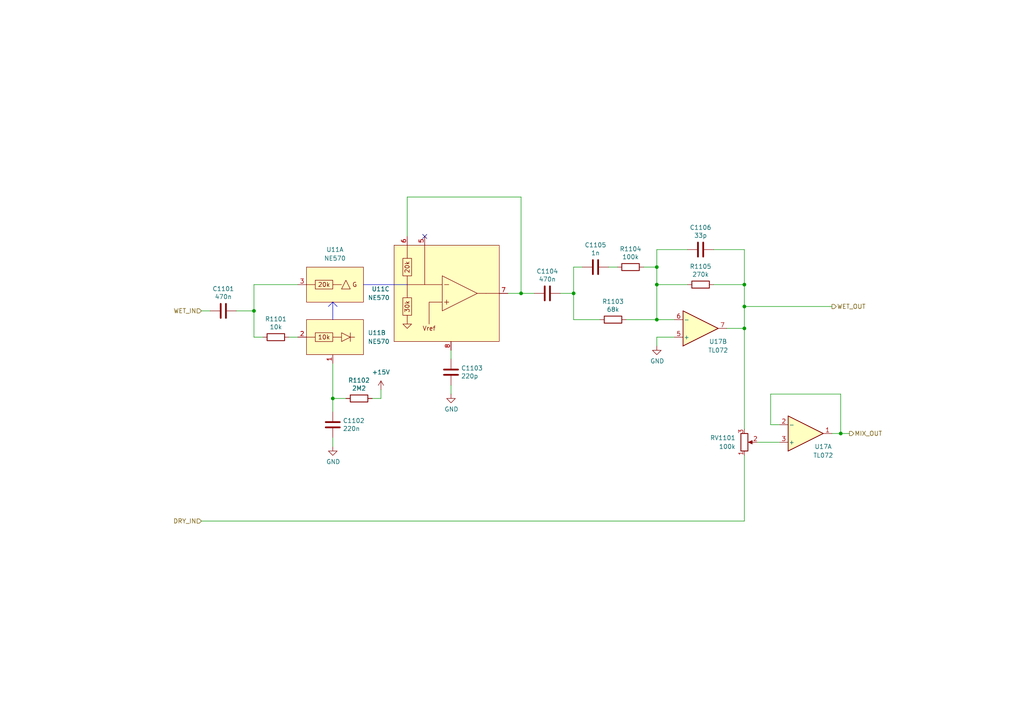
<source format=kicad_sch>
(kicad_sch (version 20230121) (generator eeschema)
  (paper "A4")
  (title_block (title "Josh Ox Ribbon Synth VCF/VCA/BBD board") (date "2023-01-07") (rev "1.0") (comment 1 "creativecommons.org/licenses/by/4.0/") (comment 2 "License: CC by 4.0") (comment 3 "Author: Jordan Aceto"))
  (lib_symbols
    (symbol "Amplifier_Operational:TL072" (pin_names (offset 0.127))
      (property "Reference" "U" (at 0 5.08 0))
      (property "Value" "TL072" (at 0 -5.08 0))
      (symbol "TL072_1_1"
        (polyline (pts (xy -5.08 5.08) (xy 5.08 0) (xy -5.08 -5.08) (xy -5.08 5.08)) (stroke (width 0.254)) (fill (type background)))
        (pin output line (at 7.62 0 180) (length 2.54) (name "~") (number "1"))
        (pin input line (at -7.62 -2.54 0) (length 2.54) (name "-") (number "2"))
        (pin input line (at -7.62 2.54 0) (length 2.54) (name "+") (number "3"))
      )
      (symbol "TL072_2_1"
        (polyline (pts (xy -5.08 5.08) (xy 5.08 0) (xy -5.08 -5.08) (xy -5.08 5.08)) (stroke (width 0.254)) (fill (type background)))
        (pin input line (at -7.62 2.54 0) (length 2.54) (name "+") (number "5"))
        (pin input line (at -7.62 -2.54 0) (length 2.54) (name "-") (number "6"))
        (pin output line (at 7.62 0 180) (length 2.54) (name "~") (number "7"))
      )
      (symbol "TL072_3_1"
        (pin power_in line (at -2.54 -7.62 90) (length 3.81) (name "V-") (number "4"))
        (pin power_in line (at -2.54 7.62 270) (length 3.81) (name "V+") (number "8"))
      )
    )
    (symbol "Device:C" (pin_numbers hide) (pin_names (offset 0.254))
      (property "Reference" "C" (at 0.635 2.54 0))
      (property "Value" "C" (at 0.635 -2.54 0))
      (symbol "C_0_1"
        (polyline (pts (xy -2.032 -0.762) (xy 2.032 -0.762)) (stroke (width 0.508)))
        (polyline (pts (xy -2.032 0.762) (xy 2.032 0.762)) (stroke (width 0.508)))
      )
      (symbol "C_1_1"
        (pin passive line (at 0 3.81 270) (length 2.794) (name "~") (number "1"))
        (pin passive line (at 0 -3.81 90) (length 2.794) (name "~") (number "2"))
      )
    )
    (symbol "Device:R" (pin_numbers hide) (pin_names (offset 0))
      (property "Reference" "R" (at 2.032 0 90))
      (property "Value" "R" (at 0 0 90))
      (symbol "R_0_1"
        (rectangle (start -1.016 -2.54) (end 1.016 2.54) (stroke (width 0.254)))
      )
      (symbol "R_1_1"
        (pin passive line (at 0 3.81 270) (length 1.27) (name "~") (number "1"))
        (pin passive line (at 0 -3.81 90) (length 1.27) (name "~") (number "2"))
      )
    )
    (symbol "Device:R_Potentiometer" (pin_names (offset 1.016) hide)
      (property "Reference" "RV" (at -4.445 0 90))
      (property "Value" "R_Potentiometer" (at -2.54 0 90))
      (symbol "R_Potentiometer_0_1"
        (polyline (pts (xy 2.54 0) (xy 1.524 0)))
        (polyline (pts (xy 1.143 0) (xy 2.286 0.508) (xy 2.286 -0.508) (xy 1.143 0)) (fill (type outline)))
        (rectangle (start 1.016 2.54) (end -1.016 -2.54) (stroke (width 0.254)))
      )
      (symbol "R_Potentiometer_1_1"
        (pin passive line (at 0 3.81 270) (length 1.27) (name "1") (number "1"))
        (pin passive line (at 3.81 0 180) (length 1.27) (name "2") (number "2"))
        (pin passive line (at 0 -3.81 90) (length 1.27) (name "3") (number "3"))
      )
    )
    (symbol "custom_symbols:NE570" (pin_names (offset 1.016))
      (property "Reference" "U10" (at 6.35 8.89 0))
      (property "Value" "NE570" (at 6.35 6.35 0))
      (symbol "NE570_1_0"
        (polyline (pts (xy 0 0) (xy 2.54 0)))
        (text "20k" (at -2.54 0 0) (effects (font (size 1.27 1.27))))
      )
      (symbol "NE570_1_1"
        (rectangle (start -7.62 5.08) (end 8.89 -5.08) (fill (type background)))
        (polyline (pts (xy 2.54 -1.27) (xy 3.81 1.27) (xy 5.08 -1.27) (xy 2.54 -1.27)))
        (polyline (pts (xy -7.62 0) (xy -5.08 0) (xy -5.08 1.27) (xy 0 1.27) (xy 0 -1.27) (xy -5.08 -1.27) (xy -5.08 0)))
        (text "G" (at 6.35 0 0) (effects (font (size 1.27 1.27))))
        (pin input line (at -10.16 0 0) (length 2.54) (name "~") (number "3"))
      )
      (symbol "NE570_2_1"
        (rectangle (start -7.62 5.08) (end 8.89 -5.08) (fill (type background)))
        (polyline (pts (xy 5.08 0) (xy 6.35 0)))
        (polyline (pts (xy 5.08 1.27) (xy 5.08 -1.27)))
        (polyline (pts (xy 0 0) (xy 2.54 0) (xy 2.54 1.27) (xy 5.08 0) (xy 2.54 -1.27) (xy 2.54 0) (xy 2.54 -1.27)))
        (polyline (pts (xy -7.62 0) (xy -5.08 0) (xy -5.08 1.27) (xy -1.27 1.27) (xy 0 1.27) (xy 0 -1.27) (xy -5.08 -1.27) (xy -5.08 0)))
        (text "10k" (at -2.54 0 0) (effects (font (size 1.27 1.27))))
        (pin input line (at 0 -7.62 90) (length 2.54) (name "~") (number "1"))
        (pin input line (at -10.16 0 0) (length 2.54) (name "~") (number "2"))
      )
      (symbol "NE570_3_1"
        (rectangle (start -16.51 -13.97) (end 13.97 13.97) (fill (type background)))
        (polyline (pts (xy -12.7 10.16) (xy -12.7 13.97)))
        (polyline (pts (xy -7.62 2.54) (xy -7.62 13.97)))
        (polyline (pts (xy -1.905 -2.54) (xy -0.635 -2.54)))
        (polyline (pts (xy -1.905 2.54) (xy -0.635 2.54)))
        (polyline (pts (xy -1.27 -3.175) (xy -1.27 -1.905)))
        (polyline (pts (xy 7.62 0) (xy 10.16 0)))
        (polyline (pts (xy 10.16 0) (xy 13.97 0)))
        (polyline (pts (xy -2.54 -2.54) (xy -6.35 -2.54) (xy -6.35 -8.89)))
        (polyline (pts (xy -2.54 5.08) (xy -2.54 -5.08) (xy 7.62 0) (xy -2.54 5.08)))
        (polyline (pts (xy -12.7 -6.35) (xy -12.7 -8.89) (xy -13.97 -8.89) (xy -12.7 -10.16) (xy -11.43 -8.89) (xy -12.7 -8.89)))
        (polyline (pts (xy -12.7 2.54) (xy -12.7 5.08) (xy -13.97 5.08) (xy -13.97 10.16) (xy -11.43 10.16) (xy -11.43 5.08) (xy -12.7 5.08)))
        (polyline (pts (xy -2.54 2.54) (xy -12.7 2.54) (xy -12.7 -1.27) (xy -13.97 -1.27) (xy -13.97 -6.35) (xy -11.43 -6.35) (xy -11.43 -1.27) (xy -12.7 -1.27)))
        (text "20k" (at -12.7 7.62 900) (effects (font (size 1.27 1.27))))
        (text "30k" (at -12.7 -3.81 900) (effects (font (size 1.27 1.27))))
        (text "Vref" (at -6.35 -10.16 0) (effects (font (size 1.27 1.27))))
        (pin input line (at -7.62 16.51 270) (length 2.54) (name "~") (number "5"))
        (pin input line (at -12.7 16.51 270) (length 2.54) (name "~") (number "6"))
        (pin output line (at 16.51 0 180) (length 2.54) (name "~") (number "7"))
        (pin input line (at 0 -16.51 90) (length 2.54) (name "~") (number "8"))
      )
      (symbol "NE570_4_0"
        (polyline (pts (xy -7.62 0) (xy -5.08 0) (xy -5.08 1.27) (xy 0 1.27) (xy 0 -1.27) (xy -5.08 -1.27) (xy -5.08 0)))
      )
      (symbol "NE570_4_1"
        (rectangle (start -7.62 5.08) (end 8.89 -5.08) (fill (type background)))
        (polyline (pts (xy 0 0) (xy 2.54 0)))
        (polyline (pts (xy 2.54 -1.27) (xy 3.81 1.27) (xy 5.08 -1.27) (xy 2.54 -1.27)))
        (polyline (pts (xy -7.62 0) (xy -5.08 0) (xy -5.08 1.27) (xy 0 1.27) (xy 0 -1.27) (xy -5.08 -1.27) (xy -5.08 0)))
        (text "20k" (at -2.54 0 0) (effects (font (size 1.27 1.27))))
        (text "G" (at 6.35 0 0) (effects (font (size 1.27 1.27))))
        (pin input line (at -10.16 0 0) (length 2.54) (name "~") (number "14"))
      )
      (symbol "NE570_5_1"
        (rectangle (start -7.62 5.08) (end 8.89 -5.08) (fill (type background)))
        (polyline (pts (xy 5.08 0) (xy 6.35 0)))
        (polyline (pts (xy 5.08 1.27) (xy 5.08 -1.27)))
        (polyline (pts (xy 0 0) (xy 2.54 0) (xy 2.54 1.27) (xy 5.08 0) (xy 2.54 -1.27) (xy 2.54 0) (xy 2.54 -1.27)))
        (polyline (pts (xy -7.62 0) (xy -5.08 0) (xy -5.08 1.27) (xy -1.27 1.27) (xy 0 1.27) (xy 0 -1.27) (xy -5.08 -1.27) (xy -5.08 0)))
        (text "10k" (at -2.54 0 0) (effects (font (size 1.27 1.27))))
        (pin input line (at -10.16 0 0) (length 2.54) (name "~") (number "15"))
        (pin input line (at 0 -7.62 90) (length 2.54) (name "~") (number "16"))
      )
      (symbol "NE570_6_1"
        (rectangle (start -16.51 -13.97) (end 13.97 13.97) (fill (type background)))
        (polyline (pts (xy -12.7 10.16) (xy -12.7 13.97)))
        (polyline (pts (xy -7.62 2.54) (xy -7.62 13.97)))
        (polyline (pts (xy -1.905 -2.54) (xy -0.635 -2.54)))
        (polyline (pts (xy -1.905 2.54) (xy -0.635 2.54)))
        (polyline (pts (xy -1.27 -3.175) (xy -1.27 -1.905)))
        (polyline (pts (xy 7.62 0) (xy 13.97 0)))
        (polyline (pts (xy -2.54 -2.54) (xy -6.35 -2.54) (xy -6.35 -8.89)))
        (polyline (pts (xy -2.54 5.08) (xy -2.54 -5.08) (xy 7.62 0) (xy -2.54 5.08)))
        (polyline (pts (xy -12.7 -6.35) (xy -12.7 -8.89) (xy -13.97 -8.89) (xy -12.7 -10.16) (xy -11.43 -8.89) (xy -12.7 -8.89)))
        (polyline (pts (xy -12.7 2.54) (xy -12.7 5.08) (xy -13.97 5.08) (xy -13.97 10.16) (xy -11.43 10.16) (xy -11.43 5.08) (xy -12.7 5.08)))
        (polyline (pts (xy -2.54 2.54) (xy -12.7 2.54) (xy -12.7 -1.27) (xy -13.97 -1.27) (xy -13.97 -6.35) (xy -11.43 -6.35) (xy -11.43 -1.27) (xy -12.7 -1.27)))
        (text "20k" (at -12.7 7.62 900) (effects (font (size 1.27 1.27))))
        (text "30k" (at -12.7 -3.81 900) (effects (font (size 1.27 1.27))))
        (text "Vref" (at -6.35 -10.16 0) (effects (font (size 1.27 1.27))))
        (pin output line (at 16.51 0 180) (length 2.54) (name "~") (number "10"))
        (pin input line (at -12.7 16.51 270) (length 2.54) (name "~") (number "11"))
        (pin input line (at -7.62 16.51 270) (length 2.54) (name "~") (number "12"))
        (pin input line (at 0 -16.51 90) (length 2.54) (name "~") (number "9"))
      )
      (symbol "NE570_7_1"
        (pin power_in line (at 0 7.62 270) (length 2.54) (name "Vcc") (number "13"))
        (pin power_in line (at 0 -7.62 90) (length 2.54) (name "gnd") (number "4"))
      )
    )
    (symbol "power:+15V" (power) (pin_names (offset 0))
      (property "Value" "+15V" (at 0 3.556 0))
      (symbol "+15V_0_1"
        (polyline (pts (xy -0.762 1.27) (xy 0 2.54)))
        (polyline (pts (xy 0 0) (xy 0 2.54)))
        (polyline (pts (xy 0 2.54) (xy 0.762 1.27)))
      )
      (symbol "+15V_1_1"
        (pin power_in line (at 0 0 90) (length 0) hide (name "+15V") (number "1"))
      )
    )
    (symbol "power:GND" (power) (pin_names (offset 0))
      (property "Value" "GND" (at 0 -3.81 0))
      (symbol "GND_0_1"
        (polyline (pts (xy 0 0) (xy 0 -1.27) (xy 1.27 -1.27) (xy 0 -2.54) (xy -1.27 -1.27) (xy 0 -1.27)))
      )
      (symbol "GND_1_1"
        (pin power_in line (at 0 0 270) (length 0) hide (name "GND") (number "1"))
      )
    )
  )
  (junction (at 190.5 82.55))
  (junction (at 73.66 90.17))
  (junction (at 190.5 77.47))
  (junction (at 166.37 85.09))
  (junction (at 151.13 85.09))
  (junction (at 96.52 115.57))
  (junction (at 243.84 125.73))
  (junction (at 215.9 88.9))
  (junction (at 190.5 92.71))
  (junction (at 215.9 95.25))
  (junction (at 215.9 82.55))
  (no_connect (at 123.19 68.58))
  (wire (pts (xy 73.66 90.17) (xy 73.66 82.55)))
  (wire (pts (xy 243.84 114.3) (xy 223.52 114.3)))
  (wire (pts (xy 58.42 90.17) (xy 60.96 90.17)))
  (wire (pts (xy 118.11 57.15) (xy 151.13 57.15)))
  (polyline (pts (xy 96.52 92.71) (xy 96.52 87.63)))
  (wire (pts (xy 215.9 72.39) (xy 215.9 82.55)))
  (wire (pts (xy 199.39 72.39) (xy 190.5 72.39)))
  (wire (pts (xy 118.11 57.15) (xy 118.11 68.58)))
  (wire (pts (xy 73.66 82.55) (xy 86.36 82.55)))
  (wire (pts (xy 190.5 97.79) (xy 195.58 97.79)))
  (wire (pts (xy 215.9 151.13) (xy 215.9 132.08)))
  (wire (pts (xy 190.5 77.47) (xy 190.5 82.55)))
  (wire (pts (xy 210.82 95.25) (xy 215.9 95.25)))
  (wire (pts (xy 96.52 115.57) (xy 96.52 105.41)))
  (wire (pts (xy 241.3 125.73) (xy 243.84 125.73)))
  (wire (pts (xy 190.5 92.71) (xy 190.5 82.55)))
  (wire (pts (xy 162.56 85.09) (xy 166.37 85.09)))
  (wire (pts (xy 58.42 151.13) (xy 215.9 151.13)))
  (wire (pts (xy 215.9 88.9) (xy 241.3 88.9)))
  (wire (pts (xy 83.82 97.79) (xy 86.36 97.79)))
  (wire (pts (xy 223.52 123.19) (xy 226.06 123.19)))
  (polyline (pts (xy 96.52 87.63) (xy 95.25 88.9)))
  (wire (pts (xy 215.9 95.25) (xy 215.9 124.46)))
  (wire (pts (xy 207.01 72.39) (xy 215.9 72.39)))
  (wire (pts (xy 96.52 127) (xy 96.52 129.54)))
  (polyline (pts (xy 96.52 87.63) (xy 97.79 88.9)))
  (wire (pts (xy 186.69 77.47) (xy 190.5 77.47)))
  (wire (pts (xy 215.9 95.25) (xy 215.9 88.9)))
  (wire (pts (xy 151.13 85.09) (xy 151.13 57.15)))
  (wire (pts (xy 215.9 82.55) (xy 207.01 82.55)))
  (wire (pts (xy 151.13 85.09) (xy 154.94 85.09)))
  (wire (pts (xy 181.61 92.71) (xy 190.5 92.71)))
  (wire (pts (xy 110.49 115.57) (xy 107.95 115.57)))
  (wire (pts (xy 130.81 111.76) (xy 130.81 114.3)))
  (wire (pts (xy 100.33 115.57) (xy 96.52 115.57)))
  (wire (pts (xy 130.81 104.14) (xy 130.81 101.6)))
  (wire (pts (xy 110.49 113.03) (xy 110.49 115.57)))
  (wire (pts (xy 147.32 85.09) (xy 151.13 85.09)))
  (wire (pts (xy 223.52 114.3) (xy 223.52 123.19)))
  (polyline (pts (xy 105.41 82.55) (xy 118.11 82.55)))
  (wire (pts (xy 68.58 90.17) (xy 73.66 90.17)))
  (wire (pts (xy 246.38 125.73) (xy 243.84 125.73)))
  (wire (pts (xy 195.58 92.71) (xy 190.5 92.71)))
  (wire (pts (xy 166.37 77.47) (xy 168.91 77.47)))
  (wire (pts (xy 219.71 128.27) (xy 226.06 128.27)))
  (wire (pts (xy 166.37 77.47) (xy 166.37 85.09)))
  (wire (pts (xy 190.5 97.79) (xy 190.5 100.33)))
  (wire (pts (xy 176.53 77.47) (xy 179.07 77.47)))
  (wire (pts (xy 243.84 125.73) (xy 243.84 114.3)))
  (wire (pts (xy 190.5 82.55) (xy 199.39 82.55)))
  (wire (pts (xy 190.5 72.39) (xy 190.5 77.47)))
  (wire (pts (xy 166.37 85.09) (xy 166.37 92.71)))
  (wire (pts (xy 173.99 92.71) (xy 166.37 92.71)))
  (wire (pts (xy 96.52 119.38) (xy 96.52 115.57)))
  (wire (pts (xy 215.9 88.9) (xy 215.9 82.55)))
  (wire (pts (xy 73.66 97.79) (xy 73.66 90.17)))
  (wire (pts (xy 76.2 97.79) (xy 73.66 97.79)))
  (hierarchical_label "WET_IN" (shape input) (at 58.42 90.17 180))
  (hierarchical_label "MIX_OUT" (shape output) (at 246.38 125.73 0))
  (hierarchical_label "DRY_IN" (shape input) (at 58.42 151.13 180))
  (hierarchical_label "WET_OUT" (shape output) (at 241.3 88.9 0))
  (symbol (lib_id "Device:C") (at 203.2 72.39 270) (unit 1)
    (property "Reference" "C1106" (at 203.2 65.9892 90))
    (property "Value" "33p" (at 203.2 68.3006 90))
    (property "Footprint" "Capacitor_SMD:C_0805_2012Metric" (effects hide))
  )
  (symbol (lib_id "power:GND") (at 96.52 129.54 0) (unit 1)
    (property "Reference" "#PWR01101" (effects hide))
    (property "Value" "GND" (at 96.647 133.9342 0))
  )
  (symbol (lib_id "Device:C") (at 130.81 107.95 0) (unit 1)
    (property "Reference" "C1103" (at 133.731 106.7816 0) (effects (justify left)))
    (property "Value" "220p" (at 133.731 109.093 0) (effects (justify left)))
    (property "Footprint" "Capacitor_SMD:C_0805_2012Metric" (effects hide))
  )
  (symbol (lib_id "Device:R") (at 177.8 92.71 270) (unit 1)
    (property "Reference" "R1103" (at 177.8 87.4522 90))
    (property "Value" "68k" (at 177.8 89.7636 90))
    (property "Footprint" "Resistor_SMD:R_0805_2012Metric" (effects hide))
  )
  (symbol (lib_id "Amplifier_Operational:TL072") (at 203.2 95.25 0) (mirror x) (unit 2)
    (property "Reference" "U17" (at 208.28 99.06 0))
    (property "Value" "TL072" (at 208.28 101.6 0))
    (property "Footprint" "Package_SO:SOIC-8_3.9x4.9mm_P1.27mm" (effects hide))
    (property "Datasheet" "http://www.ti.com/lit/ds/symlink/tl071.pdf" (effects hide))
  )
  (symbol (lib_id "Device:R") (at 203.2 82.55 270) (unit 1)
    (property "Reference" "R1105" (at 203.2 77.2922 90))
    (property "Value" "270k" (at 203.2 79.6036 90))
    (property "Footprint" "Resistor_SMD:R_0805_2012Metric" (effects hide))
  )
  (symbol (lib_id "Device:R") (at 80.01 97.79 270) (unit 1)
    (property "Reference" "R1101" (at 80.01 92.5322 90))
    (property "Value" "10k" (at 80.01 94.8436 90))
    (property "Footprint" "Resistor_SMD:R_0805_2012Metric" (effects hide))
  )
  (symbol (lib_id "Device:R_Potentiometer") (at 215.9 128.27 0) (mirror x) (unit 1)
    (property "Reference" "RV1101" (at 213.36 126.9999 0) (effects (justify right)))
    (property "Value" "100k" (at 213.36 129.5399 0) (effects (justify right)))
    (property "Footprint" "Potentiometer_THT:Potentiometer_Alpha_RD901F-40-00D_Single_Vertical" (effects hide))
  )
  (symbol (lib_id "Device:C") (at 158.75 85.09 270) (unit 1)
    (property "Reference" "C1104" (at 158.75 78.6892 90))
    (property "Value" "470n" (at 158.75 81.0006 90))
    (property "Footprint" "Capacitor_THT:C_Rect_L7.0mm_W3.5mm_P5.00mm" (effects hide))
  )
  (symbol (lib_id "Device:R") (at 104.14 115.57 270) (unit 1)
    (property "Reference" "R1102" (at 104.14 110.3122 90))
    (property "Value" "2M2" (at 104.14 112.6236 90))
    (property "Footprint" "Resistor_SMD:R_0805_2012Metric" (effects hide))
  )
  (symbol (lib_id "custom_symbols:NE570") (at 96.52 82.55 0) (unit 1)
    (property "Reference" "U11" (at 97.155 72.39 0))
    (property "Value" "NE570" (at 97.155 74.93 0))
    (property "Footprint" "Package_DIP:DIP-16_W7.62mm_Socket" (effects hide))
  )
  (symbol (lib_id "power:GND") (at 130.81 114.3 0) (unit 1)
    (property "Reference" "#PWR01103" (effects hide))
    (property "Value" "GND" (at 130.937 118.6942 0))
  )
  (symbol (lib_id "custom_symbols:NE570") (at 96.52 97.79 0) (unit 2)
    (property "Reference" "U11" (at 106.68 96.5199 0) (effects (justify left)))
    (property "Value" "NE570" (at 106.68 99.0599 0) (effects (justify left)))
    (property "Footprint" "Package_DIP:DIP-16_W7.62mm_Socket" (effects hide))
  )
  (symbol (lib_id "power:+15V") (at 110.49 113.03 0) (unit 1)
    (property "Reference" "#PWR01102" (effects hide))
    (property "Value" "+15V" (at 110.49 107.95 0))
  )
  (symbol (lib_id "Amplifier_Operational:TL072") (at 233.68 125.73 0) (mirror x) (unit 1)
    (property "Reference" "U17" (at 238.76 129.54 0))
    (property "Value" "TL072" (at 238.76 132.08 0))
    (property "Footprint" "Package_SO:SOIC-8_3.9x4.9mm_P1.27mm" (effects hide))
    (property "Datasheet" "http://www.ti.com/lit/ds/symlink/tl071.pdf" (effects hide))
  )
  (symbol (lib_id "Device:C") (at 64.77 90.17 270) (unit 1)
    (property "Reference" "C1101" (at 64.77 83.7692 90))
    (property "Value" "470n" (at 64.77 86.0806 90))
    (property "Footprint" "Capacitor_THT:C_Rect_L7.0mm_W3.5mm_P5.00mm" (effects hide))
  )
  (symbol (lib_id "power:GND") (at 190.5 100.33 0) (unit 1)
    (property "Reference" "#PWR01104" (effects hide))
    (property "Value" "GND" (at 190.627 104.7242 0))
  )
  (symbol (lib_id "Device:C") (at 96.52 123.19 0) (unit 1)
    (property "Reference" "C1102" (at 99.441 122.0216 0) (effects (justify left)))
    (property "Value" "220n" (at 99.441 124.333 0) (effects (justify left)))
    (property "Footprint" "Capacitor_SMD:C_0805_2012Metric" (effects hide))
  )
  (symbol (lib_id "Device:R") (at 182.88 77.47 270) (unit 1)
    (property "Reference" "R1104" (at 182.88 72.2122 90))
    (property "Value" "100k" (at 182.88 74.5236 90))
    (property "Footprint" "Resistor_SMD:R_0805_2012Metric" (effects hide))
  )
  (symbol (lib_id "Device:C") (at 172.72 77.47 270) (unit 1)
    (property "Reference" "C1105" (at 172.72 71.0692 90))
    (property "Value" "1n" (at 172.72 73.3806 90))
    (property "Footprint" "Capacitor_SMD:C_0805_2012Metric" (effects hide))
  )
  (symbol (lib_id "custom_symbols:NE570") (at 130.81 85.09 0) (unit 3)
    (property "Reference" "U11" (at 113.03 83.8199 0) (effects (justify right)))
    (property "Value" "NE570" (at 113.03 86.3599 0) (effects (justify right)))
    (property "Footprint" "Package_DIP:DIP-16_W7.62mm_Socket" (effects hide))
  )
)
</source>
